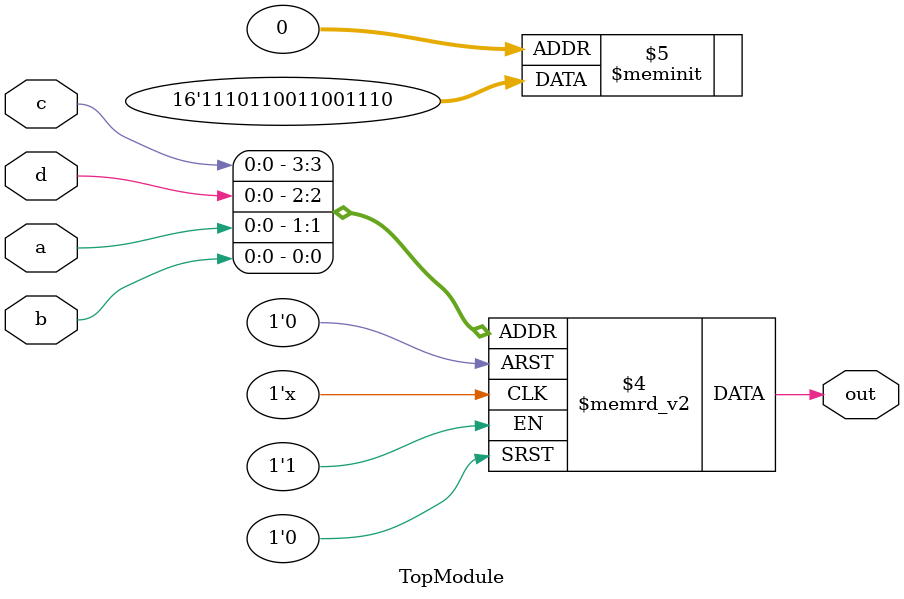
<source format=sv>
module TopModule(
    input logic a,
    input logic b,
    input logic c,
    input logic d,
    output logic out
);

    always @(*) begin
        case ({c, d, a, b})
            4'b0000: out = 1'b0; // c=0, d=0, ab=00
            4'b0001: out = 1'b1; // c=0, d=0, ab=01
            4'b0010: out = 1'b1; // c=0, d=0, ab=10
            4'b0011: out = 1'b1; // c=0, d=0, ab=11
            4'b0100: out = 1'b0; // c=0, d=1, ab=00
            4'b0101: out = 1'b0; // c=0, d=1, ab=01
            4'b0110: out = 1'b1; // c=0, d=1, ab=10
            4'b0111: out = 1'b1; // c=0, d=1, ab=11
            4'b1000: out = 1'b0; // c=1, d=0, ab=00
            4'b1001: out = 1'b0; // c=1, d=0, ab=01
            4'b1010: out = 1'b1; // c=1, d=0, ab=10
            4'b1011: out = 1'b1; // c=1, d=0, ab=11
            4'b1100: out = 1'b0; // c=1, d=1, ab=00
            4'b1101: out = 1'b1; // c=1, d=1, ab=01
            4'b1110: out = 1'b1; // c=1, d=1, ab=10
            4'b1111: out = 1'b1; // c=1, d=1, ab=11
            default: out = 1'b0; // Default case
        endcase
    end

endmodule
</source>
